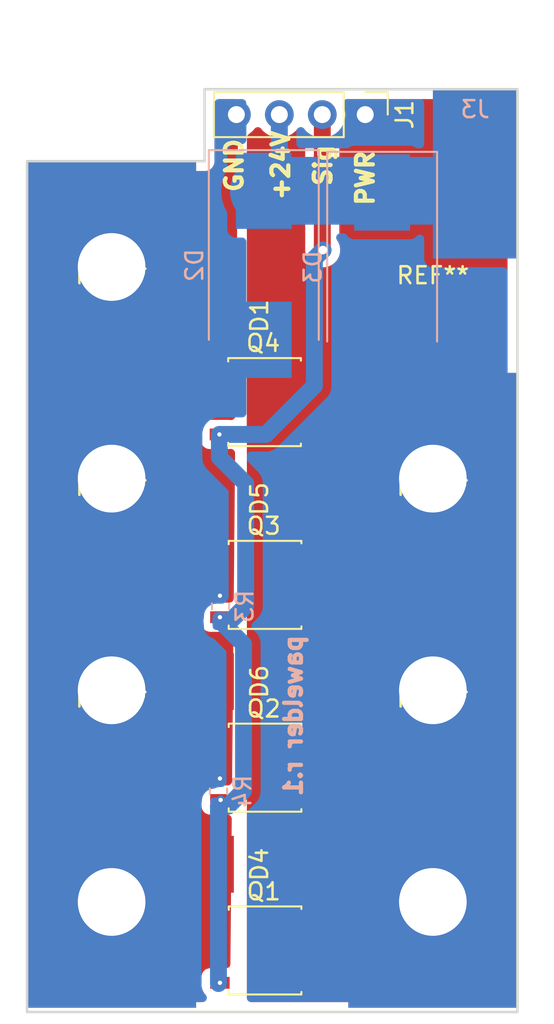
<source format=kicad_pcb>
(kicad_pcb (version 20171130) (host pcbnew 5.0.2-bee76a0~70~ubuntu18.04.1)

  (general
    (thickness 1.6)
    (drawings 12)
    (tracks 28)
    (zones 0)
    (modules 16)
    (nets 5)
  )

  (page A4)
  (layers
    (0 F.Cu signal)
    (31 B.Cu signal)
    (32 B.Adhes user)
    (33 F.Adhes user)
    (34 B.Paste user)
    (35 F.Paste user)
    (36 B.SilkS user)
    (37 F.SilkS user)
    (38 B.Mask user)
    (39 F.Mask user)
    (40 Dwgs.User user)
    (41 Cmts.User user)
    (42 Eco1.User user)
    (43 Eco2.User user)
    (44 Edge.Cuts user)
    (45 Margin user)
    (46 B.CrtYd user)
    (47 F.CrtYd user)
    (48 B.Fab user)
    (49 F.Fab user)
  )

  (setup
    (last_trace_width 0.254)
    (user_trace_width 0.5)
    (user_trace_width 1)
    (user_trace_width 4)
    (user_trace_width 5)
    (user_trace_width 6)
    (user_trace_width 8)
    (user_trace_width 9)
    (user_trace_width 10)
    (trace_clearance 0.508)
    (zone_clearance 0.508)
    (zone_45_only yes)
    (trace_min 0.254)
    (segment_width 0.2)
    (edge_width 0.15)
    (via_size 1.016)
    (via_drill 0.508)
    (via_min_size 0.508)
    (via_min_drill 0.254)
    (user_via 0.508 0.254)
    (uvia_size 0.508)
    (uvia_drill 0.254)
    (uvias_allowed no)
    (uvia_min_size 0.2)
    (uvia_min_drill 0.1)
    (pcb_text_width 0.3)
    (pcb_text_size 1.5 1.5)
    (mod_edge_width 0.15)
    (mod_text_size 1 1)
    (mod_text_width 0.15)
    (pad_size 1.524 1.524)
    (pad_drill 0.762)
    (pad_to_mask_clearance 0.2)
    (solder_mask_min_width 0.25)
    (aux_axis_origin 0 0)
    (visible_elements FFFFFF7F)
    (pcbplotparams
      (layerselection 0x0000c_7ffffffe)
      (usegerberextensions false)
      (usegerberattributes false)
      (usegerberadvancedattributes false)
      (creategerberjobfile false)
      (excludeedgelayer true)
      (linewidth 0.100000)
      (plotframeref false)
      (viasonmask false)
      (mode 1)
      (useauxorigin false)
      (hpglpennumber 1)
      (hpglpenspeed 20)
      (hpglpendiameter 15.000000)
      (psnegative false)
      (psa4output false)
      (plotreference false)
      (plotvalue false)
      (plotinvisibletext false)
      (padsonsilk false)
      (subtractmaskfromsilk false)
      (outputformat 3)
      (mirror false)
      (drillshape 0)
      (scaleselection 1)
      (outputdirectory "./Gerber/"))
  )

  (net 0 "")
  (net 1 +24V)
  (net 2 GND)
  (net 3 PWR)
  (net 4 SIG)

  (net_class Default "This is the default net class."
    (clearance 0.508)
    (trace_width 0.254)
    (via_dia 1.016)
    (via_drill 0.508)
    (uvia_dia 0.508)
    (uvia_drill 0.254)
    (diff_pair_gap 0.25)
    (diff_pair_width 0.254)
    (add_net +24V)
    (add_net GND)
    (add_net PWR)
    (add_net SIG)
  )

  (module Connector_Wire:SolderWirePad_1x01_SMD_5x10mm (layer B.Cu) (tedit 5640A485) (tstamp 5C67EC6F)
    (at 154.5 144 180)
    (descr "Wire Pad, Square, SMD Pad,  5mm x 10mm,")
    (tags "MesurementPoint Square SMDPad 5mmx10mm ")
    (path /5C5A190F)
    (attr smd virtual)
    (fp_text reference J3 (at 0 3.81 180) (layer B.SilkS)
      (effects (font (size 1 1) (thickness 0.15)) (justify mirror))
    )
    (fp_text value Conn_01x01 (at 0 -6.35 180) (layer B.Fab)
      (effects (font (size 1 1) (thickness 0.15)) (justify mirror))
    )
    (fp_text user %R (at 0 0 180) (layer B.Fab)
      (effects (font (size 1 1) (thickness 0.15)) (justify mirror))
    )
    (fp_line (start 2.75 5.25) (end -2.75 5.25) (layer B.CrtYd) (width 0.05))
    (fp_line (start 2.75 -5.25) (end 2.75 5.25) (layer B.CrtYd) (width 0.05))
    (fp_line (start -2.75 -5.25) (end 2.75 -5.25) (layer B.CrtYd) (width 0.05))
    (fp_line (start -2.75 5.25) (end -2.75 -5.25) (layer B.CrtYd) (width 0.05))
    (pad 1 smd rect (at 0 0 180) (size 5 10) (layers B.Cu B.Paste B.Mask)
      (net 1 +24V))
  )

  (module "pawelder:Bar connector" (layer F.Cu) (tedit 5C597C97) (tstamp 5C666479)
    (at 152 187)
    (path /5C5A19D3)
    (fp_text reference J4 (at 0 0.5) (layer F.SilkS)
      (effects (font (size 1 1) (thickness 0.15)))
    )
    (fp_text value Conn_01x01 (at 0 -0.5) (layer F.Fab)
      (effects (font (size 1 1) (thickness 0.15)))
    )
    (fp_text user REF** (at 0 -12) (layer F.SilkS)
      (effects (font (size 1 1) (thickness 0.15)))
    )
    (fp_text user "Bar connectorbig" (at 0 -13) (layer F.Fab)
      (effects (font (size 1 1) (thickness 0.15)))
    )
    (fp_text user REF** (at 0 -24.5) (layer F.SilkS)
      (effects (font (size 1 1) (thickness 0.15)))
    )
    (fp_text user "Bar connectorbig" (at 0 -25.5) (layer F.Fab)
      (effects (font (size 1 1) (thickness 0.15)))
    )
    (fp_text user "Bar connectorbig" (at 0 -38) (layer F.Fab)
      (effects (font (size 1 1) (thickness 0.15)))
    )
    (fp_text user REF** (at 0 -37) (layer F.SilkS)
      (effects (font (size 1 1) (thickness 0.15)))
    )
    (pad 1 thru_hole rect (at 0 0) (size 10 12.5) (drill 4) (layers *.Cu *.Mask)
      (net 3 PWR))
    (pad 1 thru_hole rect (at 0 -12.5) (size 10 12.5) (drill 4) (layers *.Cu *.Mask)
      (net 3 PWR))
    (pad 1 thru_hole rect (at 0 -25) (size 10 12.5) (drill 4) (layers *.Cu *.Mask)
      (net 3 PWR))
  )

  (module "pawelder:Bar connectorbig" (layer F.Cu) (tedit 5C597C8E) (tstamp 5C665891)
    (at 133 187)
    (path /5C5A1A05)
    (fp_text reference J2 (at 0 0.5) (layer F.SilkS)
      (effects (font (size 1 1) (thickness 0.15)))
    )
    (fp_text value Conn_01x01 (at 0 -0.5) (layer F.Fab)
      (effects (font (size 1 1) (thickness 0.15)))
    )
    (fp_text user REF** (at 0 -12) (layer F.SilkS)
      (effects (font (size 1 1) (thickness 0.15)))
    )
    (fp_text user "Bar connectorbig" (at 0 -13) (layer F.Fab)
      (effects (font (size 1 1) (thickness 0.15)))
    )
    (fp_text user REF** (at 0 -24.5) (layer F.SilkS)
      (effects (font (size 1 1) (thickness 0.15)))
    )
    (fp_text user "Bar connectorbig" (at 0 -25.5) (layer F.Fab)
      (effects (font (size 1 1) (thickness 0.15)))
    )
    (fp_text user "Bar connectorbig" (at 0 -38) (layer F.Fab)
      (effects (font (size 1 1) (thickness 0.15)))
    )
    (fp_text user REF** (at 0 -37) (layer F.SilkS)
      (effects (font (size 1 1) (thickness 0.15)))
    )
    (pad 1 thru_hole rect (at 0 0) (size 10 12.5) (drill 4) (layers *.Cu *.Mask)
      (net 2 GND))
    (pad 1 thru_hole rect (at 0 -12.5) (size 10 12.5) (drill 4) (layers *.Cu *.Mask)
      (net 2 GND))
    (pad 1 thru_hole rect (at 0 -25) (size 10 12.5) (drill 4) (layers *.Cu *.Mask)
      (net 2 GND))
    (pad 1 thru_hole rect (at 0 -37.5) (size 10 12.5) (drill 4) (layers *.Cu *.Mask)
      (net 2 GND))
  )

  (module Resistor_SMD:R_0603_1608Metric_Pad1.05x0.95mm_HandSolder (layer B.Cu) (tedit 5B301BBD) (tstamp 5C2B0144)
    (at 139.446 169.545 90)
    (descr "Resistor SMD 0603 (1608 Metric), square (rectangular) end terminal, IPC_7351 nominal with elongated pad for handsoldering. (Body size source: http://www.tortai-tech.com/upload/download/2011102023233369053.pdf), generated with kicad-footprint-generator")
    (tags "resistor handsolder")
    (path /5BFF4434)
    (attr smd)
    (fp_text reference R3 (at 0 1.43 90) (layer B.SilkS)
      (effects (font (size 1 1) (thickness 0.15)) (justify mirror))
    )
    (fp_text value 10k (at 0 -1.43 90) (layer B.Fab)
      (effects (font (size 1 1) (thickness 0.15)) (justify mirror))
    )
    (fp_text user %R (at 0 0 90) (layer B.Fab)
      (effects (font (size 0.4 0.4) (thickness 0.06)) (justify mirror))
    )
    (fp_line (start 1.65 -0.73) (end -1.65 -0.73) (layer B.CrtYd) (width 0.05))
    (fp_line (start 1.65 0.73) (end 1.65 -0.73) (layer B.CrtYd) (width 0.05))
    (fp_line (start -1.65 0.73) (end 1.65 0.73) (layer B.CrtYd) (width 0.05))
    (fp_line (start -1.65 -0.73) (end -1.65 0.73) (layer B.CrtYd) (width 0.05))
    (fp_line (start -0.171267 -0.51) (end 0.171267 -0.51) (layer B.SilkS) (width 0.12))
    (fp_line (start -0.171267 0.51) (end 0.171267 0.51) (layer B.SilkS) (width 0.12))
    (fp_line (start 0.8 -0.4) (end -0.8 -0.4) (layer B.Fab) (width 0.1))
    (fp_line (start 0.8 0.4) (end 0.8 -0.4) (layer B.Fab) (width 0.1))
    (fp_line (start -0.8 0.4) (end 0.8 0.4) (layer B.Fab) (width 0.1))
    (fp_line (start -0.8 -0.4) (end -0.8 0.4) (layer B.Fab) (width 0.1))
    (pad 2 smd roundrect (at 0.875 0 90) (size 1.05 0.95) (layers B.Cu B.Paste B.Mask) (roundrect_rratio 0.25)
      (net 2 GND))
    (pad 1 smd roundrect (at -0.875 0 90) (size 1.05 0.95) (layers B.Cu B.Paste B.Mask) (roundrect_rratio 0.25)
      (net 4 SIG))
    (model ${KISYS3DMOD}/Resistor_SMD.3dshapes/R_0603_1608Metric.wrl
      (at (xyz 0 0 0))
      (scale (xyz 1 1 1))
      (rotate (xyz 0 0 0))
    )
  )

  (module Resistor_SMD:R_0603_1608Metric_Pad1.05x0.95mm_HandSolder (layer B.Cu) (tedit 5B301BBD) (tstamp 5C2AFE88)
    (at 139.319 180.467 90)
    (descr "Resistor SMD 0603 (1608 Metric), square (rectangular) end terminal, IPC_7351 nominal with elongated pad for handsoldering. (Body size source: http://www.tortai-tech.com/upload/download/2011102023233369053.pdf), generated with kicad-footprint-generator")
    (tags "resistor handsolder")
    (path /5BFF517C)
    (attr smd)
    (fp_text reference R4 (at 0 1.43 90) (layer B.SilkS)
      (effects (font (size 1 1) (thickness 0.15)) (justify mirror))
    )
    (fp_text value 10k (at 0 -1.43 90) (layer B.Fab)
      (effects (font (size 1 1) (thickness 0.15)) (justify mirror))
    )
    (fp_line (start -0.8 -0.4) (end -0.8 0.4) (layer B.Fab) (width 0.1))
    (fp_line (start -0.8 0.4) (end 0.8 0.4) (layer B.Fab) (width 0.1))
    (fp_line (start 0.8 0.4) (end 0.8 -0.4) (layer B.Fab) (width 0.1))
    (fp_line (start 0.8 -0.4) (end -0.8 -0.4) (layer B.Fab) (width 0.1))
    (fp_line (start -0.171267 0.51) (end 0.171267 0.51) (layer B.SilkS) (width 0.12))
    (fp_line (start -0.171267 -0.51) (end 0.171267 -0.51) (layer B.SilkS) (width 0.12))
    (fp_line (start -1.65 -0.73) (end -1.65 0.73) (layer B.CrtYd) (width 0.05))
    (fp_line (start -1.65 0.73) (end 1.65 0.73) (layer B.CrtYd) (width 0.05))
    (fp_line (start 1.65 0.73) (end 1.65 -0.73) (layer B.CrtYd) (width 0.05))
    (fp_line (start 1.65 -0.73) (end -1.65 -0.73) (layer B.CrtYd) (width 0.05))
    (fp_text user %R (at 0 0 90) (layer B.Fab)
      (effects (font (size 0.4 0.4) (thickness 0.06)) (justify mirror))
    )
    (pad 1 smd roundrect (at -0.875 0 90) (size 1.05 0.95) (layers B.Cu B.Paste B.Mask) (roundrect_rratio 0.25)
      (net 4 SIG))
    (pad 2 smd roundrect (at 0.875 0 90) (size 1.05 0.95) (layers B.Cu B.Paste B.Mask) (roundrect_rratio 0.25)
      (net 2 GND))
    (model ${KISYS3DMOD}/Resistor_SMD.3dshapes/R_0603_1608Metric.wrl
      (at (xyz 0 0 0))
      (scale (xyz 1 1 1))
      (rotate (xyz 0 0 0))
    )
  )

  (module Connector_PinHeader_2.54mm:PinHeader_1x04_P2.54mm_Vertical (layer F.Cu) (tedit 59FED5CC) (tstamp 5C138564)
    (at 148 140.5 270)
    (descr "Through hole straight pin header, 1x04, 2.54mm pitch, single row")
    (tags "Through hole pin header THT 1x04 2.54mm single row")
    (path /5BD05B13)
    (fp_text reference J1 (at 0 -2.33 270) (layer F.SilkS)
      (effects (font (size 1 1) (thickness 0.15)))
    )
    (fp_text value Conn_01x04_Male (at 0 9.95 270) (layer F.Fab)
      (effects (font (size 1 1) (thickness 0.15)))
    )
    (fp_line (start -0.635 -1.27) (end 1.27 -1.27) (layer F.Fab) (width 0.1))
    (fp_line (start 1.27 -1.27) (end 1.27 8.89) (layer F.Fab) (width 0.1))
    (fp_line (start 1.27 8.89) (end -1.27 8.89) (layer F.Fab) (width 0.1))
    (fp_line (start -1.27 8.89) (end -1.27 -0.635) (layer F.Fab) (width 0.1))
    (fp_line (start -1.27 -0.635) (end -0.635 -1.27) (layer F.Fab) (width 0.1))
    (fp_line (start -1.33 8.95) (end 1.33 8.95) (layer F.SilkS) (width 0.12))
    (fp_line (start -1.33 1.27) (end -1.33 8.95) (layer F.SilkS) (width 0.12))
    (fp_line (start 1.33 1.27) (end 1.33 8.95) (layer F.SilkS) (width 0.12))
    (fp_line (start -1.33 1.27) (end 1.33 1.27) (layer F.SilkS) (width 0.12))
    (fp_line (start -1.33 0) (end -1.33 -1.33) (layer F.SilkS) (width 0.12))
    (fp_line (start -1.33 -1.33) (end 0 -1.33) (layer F.SilkS) (width 0.12))
    (fp_line (start -1.8 -1.8) (end -1.8 9.4) (layer F.CrtYd) (width 0.05))
    (fp_line (start -1.8 9.4) (end 1.8 9.4) (layer F.CrtYd) (width 0.05))
    (fp_line (start 1.8 9.4) (end 1.8 -1.8) (layer F.CrtYd) (width 0.05))
    (fp_line (start 1.8 -1.8) (end -1.8 -1.8) (layer F.CrtYd) (width 0.05))
    (fp_text user %R (at 0 3.81) (layer F.Fab)
      (effects (font (size 1 1) (thickness 0.15)))
    )
    (pad 1 thru_hole rect (at 0 0 270) (size 1.7 1.7) (drill 1) (layers *.Cu *.Mask)
      (net 3 PWR))
    (pad 2 thru_hole oval (at 0 2.54 270) (size 1.7 1.7) (drill 1) (layers *.Cu *.Mask)
      (net 4 SIG))
    (pad 3 thru_hole oval (at 0 5.08 270) (size 1.7 1.7) (drill 1) (layers *.Cu *.Mask)
      (net 1 +24V))
    (pad 4 thru_hole oval (at 0 7.62 270) (size 1.7 1.7) (drill 1) (layers *.Cu *.Mask)
      (net 2 GND))
    (model ${KISYS3DMOD}/Connector_PinHeader_2.54mm.3dshapes/PinHeader_1x04_P2.54mm_Vertical.wrl
      (at (xyz 0 0 0))
      (scale (xyz 1 1 1))
      (rotate (xyz 0 0 0))
    )
  )

  (module Diode_SMD:D_SMC_Handsoldering (layer B.Cu) (tedit 58642B03) (tstamp 5C0B8060)
    (at 142 149.4 270)
    (descr "Diode SMC (DO-214AB) Handsoldering")
    (tags "Diode SMC (DO-214AB) Handsoldering")
    (path /5BDF3D27)
    (attr smd)
    (fp_text reference D2 (at 0 4.1 270) (layer B.SilkS)
      (effects (font (size 1 1) (thickness 0.15)) (justify mirror))
    )
    (fp_text value 24V (at 0 -4.2 270) (layer B.Fab)
      (effects (font (size 1 1) (thickness 0.15)) (justify mirror))
    )
    (fp_line (start -6.8 3.25) (end 4.4 3.25) (layer B.SilkS) (width 0.12))
    (fp_line (start -6.8 -3.25) (end 4.4 -3.25) (layer B.SilkS) (width 0.12))
    (fp_line (start -0.64944 -0.00102) (end 0.50118 0.79908) (layer B.Fab) (width 0.1))
    (fp_line (start -0.64944 -0.00102) (end 0.50118 -0.75032) (layer B.Fab) (width 0.1))
    (fp_line (start 0.50118 -0.75032) (end 0.50118 0.79908) (layer B.Fab) (width 0.1))
    (fp_line (start -0.64944 0.79908) (end -0.64944 -0.80112) (layer B.Fab) (width 0.1))
    (fp_line (start 0.50118 -0.00102) (end 1.4994 -0.00102) (layer B.Fab) (width 0.1))
    (fp_line (start -0.64944 -0.00102) (end -1.55114 -0.00102) (layer B.Fab) (width 0.1))
    (fp_line (start -6.9 -3.35) (end -6.9 3.35) (layer B.CrtYd) (width 0.05))
    (fp_line (start 6.9 -3.35) (end -6.9 -3.35) (layer B.CrtYd) (width 0.05))
    (fp_line (start 6.9 3.35) (end 6.9 -3.35) (layer B.CrtYd) (width 0.05))
    (fp_line (start -6.9 3.35) (end 6.9 3.35) (layer B.CrtYd) (width 0.05))
    (fp_line (start 3.55 3.1) (end -3.55 3.1) (layer B.Fab) (width 0.1))
    (fp_line (start 3.55 3.1) (end 3.55 -3.1) (layer B.Fab) (width 0.1))
    (fp_line (start -3.55 -3.1) (end -3.55 3.1) (layer B.Fab) (width 0.1))
    (fp_line (start 3.55 -3.1) (end -3.55 -3.1) (layer B.Fab) (width 0.1))
    (fp_line (start -6.8 -3.25) (end -6.8 3.25) (layer B.SilkS) (width 0.12))
    (fp_text user %R (at 0 1.5 270) (layer B.Fab)
      (effects (font (size 1 1) (thickness 0.15)) (justify mirror))
    )
    (pad 2 smd rect (at 4.4 0 180) (size 3.3 4.5) (layers B.Cu B.Paste B.Mask)
      (net 2 GND))
    (pad 1 smd rect (at -4.4 0 180) (size 3.3 4.5) (layers B.Cu B.Paste B.Mask)
      (net 1 +24V))
    (model ${KISYS3DMOD}/Diode_SMD.3dshapes/D_SMC.wrl
      (at (xyz 0 0 0))
      (scale (xyz 1 1 1))
      (rotate (xyz 0 0 0))
    )
  )

  (module Diode_SMD:D_SMC_Handsoldering (layer B.Cu) (tedit 58642B03) (tstamp 5C0B8048)
    (at 149 149.5 270)
    (descr "Diode SMC (DO-214AB) Handsoldering")
    (tags "Diode SMC (DO-214AB) Handsoldering")
    (path /5BFF1E76)
    (attr smd)
    (fp_text reference D3 (at 0 4.1 270) (layer B.SilkS)
      (effects (font (size 1 1) (thickness 0.15)) (justify mirror))
    )
    (fp_text value 24V (at 0 -4.2 270) (layer B.Fab)
      (effects (font (size 1 1) (thickness 0.15)) (justify mirror))
    )
    (fp_text user %R (at 0 1.5 270) (layer B.Fab)
      (effects (font (size 1 1) (thickness 0.15)) (justify mirror))
    )
    (fp_line (start -6.8 -3.25) (end -6.8 3.25) (layer B.SilkS) (width 0.12))
    (fp_line (start 3.55 -3.1) (end -3.55 -3.1) (layer B.Fab) (width 0.1))
    (fp_line (start -3.55 -3.1) (end -3.55 3.1) (layer B.Fab) (width 0.1))
    (fp_line (start 3.55 3.1) (end 3.55 -3.1) (layer B.Fab) (width 0.1))
    (fp_line (start 3.55 3.1) (end -3.55 3.1) (layer B.Fab) (width 0.1))
    (fp_line (start -6.9 3.35) (end 6.9 3.35) (layer B.CrtYd) (width 0.05))
    (fp_line (start 6.9 3.35) (end 6.9 -3.35) (layer B.CrtYd) (width 0.05))
    (fp_line (start 6.9 -3.35) (end -6.9 -3.35) (layer B.CrtYd) (width 0.05))
    (fp_line (start -6.9 -3.35) (end -6.9 3.35) (layer B.CrtYd) (width 0.05))
    (fp_line (start -0.64944 -0.00102) (end -1.55114 -0.00102) (layer B.Fab) (width 0.1))
    (fp_line (start 0.50118 -0.00102) (end 1.4994 -0.00102) (layer B.Fab) (width 0.1))
    (fp_line (start -0.64944 0.79908) (end -0.64944 -0.80112) (layer B.Fab) (width 0.1))
    (fp_line (start 0.50118 -0.75032) (end 0.50118 0.79908) (layer B.Fab) (width 0.1))
    (fp_line (start -0.64944 -0.00102) (end 0.50118 -0.75032) (layer B.Fab) (width 0.1))
    (fp_line (start -0.64944 -0.00102) (end 0.50118 0.79908) (layer B.Fab) (width 0.1))
    (fp_line (start -6.8 -3.25) (end 4.4 -3.25) (layer B.SilkS) (width 0.12))
    (fp_line (start -6.8 3.25) (end 4.4 3.25) (layer B.SilkS) (width 0.12))
    (pad 1 smd rect (at -4.4 0 180) (size 3.3 4.5) (layers B.Cu B.Paste B.Mask)
      (net 1 +24V))
    (pad 2 smd rect (at 4.4 0 180) (size 3.3 4.5) (layers B.Cu B.Paste B.Mask)
      (net 3 PWR))
    (model ${KISYS3DMOD}/Diode_SMD.3dshapes/D_SMC.wrl
      (at (xyz 0 0 0))
      (scale (xyz 1 1 1))
      (rotate (xyz 0 0 0))
    )
  )

  (module Package_TO_SOT_SMD:LFPAK56 (layer F.Cu) (tedit 5AE897F6) (tstamp 5C0B8030)
    (at 142.24 189.865)
    (descr "LFPAK56 https://assets.nexperia.com/documents/outline-drawing/SOT669.pdf")
    (tags "LFPAK56 SOT-669 Power-SO8")
    (path /5BE897A5)
    (solder_mask_margin 0.07)
    (solder_paste_margin -0.05)
    (attr smd)
    (fp_text reference Q1 (at -0.245 -3.48) (layer F.SilkS)
      (effects (font (size 1 1) (thickness 0.15)))
    )
    (fp_text value Q_NJFET_SGD (at -0.245 3.52) (layer F.Fab)
      (effects (font (size 1 1) (thickness 0.15)))
    )
    (fp_text user %R (at 0 0 90) (layer F.Fab)
      (effects (font (size 1 1) (thickness 0.15)))
    )
    (fp_line (start -2.315 2.4) (end -2.315 2.6) (layer F.SilkS) (width 0.12))
    (fp_line (start -2.315 2.6) (end 1.985 2.6) (layer F.SilkS) (width 0.12))
    (fp_line (start 1.985 2.6) (end 1.985 2.45) (layer F.SilkS) (width 0.12))
    (fp_line (start 1.985 -2.45) (end 1.985 -2.6) (layer F.SilkS) (width 0.12))
    (fp_line (start 1.985 -2.6) (end -2.315 -2.6) (layer F.SilkS) (width 0.12))
    (fp_line (start -2.315 -2.6) (end -2.315 -2.4) (layer F.SilkS) (width 0.12))
    (fp_line (start -2.215 1.7) (end -3.215 1.7) (layer F.Fab) (width 0.1))
    (fp_line (start -3.215 1.7) (end -3.215 2.15) (layer F.Fab) (width 0.1))
    (fp_line (start -3.215 2.15) (end -2.215 2.15) (layer F.Fab) (width 0.1))
    (fp_line (start -2.215 0.4) (end -3.215 0.4) (layer F.Fab) (width 0.1))
    (fp_line (start -3.215 0.4) (end -3.215 0.85) (layer F.Fab) (width 0.1))
    (fp_line (start -3.215 0.85) (end -2.215 0.85) (layer F.Fab) (width 0.1))
    (fp_line (start -2.215 -0.85) (end -3.215 -0.85) (layer F.Fab) (width 0.1))
    (fp_line (start -3.215 -0.85) (end -3.215 -0.4) (layer F.Fab) (width 0.1))
    (fp_line (start -3.215 -0.4) (end -2.215 -0.4) (layer F.Fab) (width 0.1))
    (fp_line (start -3.215 -2.15) (end -3.215 -1.65) (layer F.Fab) (width 0.1))
    (fp_line (start -3.215 -2.15) (end -2.215 -2.15) (layer F.Fab) (width 0.1))
    (fp_line (start -3.215 -1.65) (end -2.215 -1.65) (layer F.Fab) (width 0.1))
    (fp_line (start 3.185 -2.2) (end 3.185 2.2) (layer F.Fab) (width 0.1))
    (fp_line (start 3.185 2.2) (end 1.885 2.2) (layer F.Fab) (width 0.1))
    (fp_line (start 3.185 -2.2) (end 1.885 -2.2) (layer F.Fab) (width 0.1))
    (fp_line (start 1.885 -2.5) (end -2.215 -2.5) (layer F.Fab) (width 0.1))
    (fp_line (start -2.215 -2.5) (end -2.215 2.5) (layer F.Fab) (width 0.1))
    (fp_line (start -2.215 2.5) (end 1.885 2.5) (layer F.Fab) (width 0.1))
    (fp_line (start 1.885 2.5) (end 1.885 -2.5) (layer F.Fab) (width 0.1))
    (fp_line (start 3.67 -2.75) (end 3.67 2.75) (layer F.CrtYd) (width 0.05))
    (fp_line (start 3.67 -2.75) (end -3.67 -2.75) (layer F.CrtYd) (width 0.05))
    (fp_line (start -3.67 2.75) (end 3.67 2.75) (layer F.CrtYd) (width 0.05))
    (fp_line (start -3.67 2.75) (end -3.67 -2.75) (layer F.CrtYd) (width 0.05))
    (pad "" smd rect (at 0.185 -1.15) (size 0.6 0.9) (layers F.Paste))
    (pad "" smd rect (at -0.665 -1.15) (size 0.6 0.9) (layers F.Paste))
    (pad "" smd rect (at 1.035 -1.15) (size 0.6 0.9) (layers F.Paste))
    (pad "" smd rect (at 0.185 1.15) (size 0.6 0.9) (layers F.Paste))
    (pad "" smd rect (at -0.665 1.15) (size 0.6 0.9) (layers F.Paste))
    (pad "" smd rect (at 1.035 1.15) (size 0.6 0.9) (layers F.Paste))
    (pad "" smd rect (at 1.035 0) (size 0.6 0.9) (layers F.Paste))
    (pad "" smd rect (at -0.665 0) (size 0.6 0.9) (layers F.Paste))
    (pad "" smd rect (at 2.885 -1.88 270) (size 0.6 0.9) (layers F.Paste))
    (pad "" smd rect (at 2.885 1.88 270) (size 0.6 0.9) (layers F.Paste))
    (pad "" smd rect (at 2.885 -0.6 270) (size 0.6 0.9) (layers F.Paste))
    (pad 2 smd rect (at -2.835 -0.64 270) (size 0.7 1.15) (layers F.Cu F.Paste F.Mask)
      (net 2 GND) (solder_mask_margin 0.07) (solder_paste_margin -0.05))
    (pad 1 smd rect (at -2.835 -1.91 270) (size 0.7 1.15) (layers F.Cu F.Paste F.Mask)
      (net 2 GND) (solder_mask_margin 0.07) (solder_paste_margin -0.05))
    (pad 3 smd rect (at -2.835 0.64 270) (size 0.7 1.15) (layers F.Cu F.Paste F.Mask)
      (net 2 GND) (solder_mask_margin 0.07) (solder_paste_margin -0.05))
    (pad 5 smd rect (at 2.635 0 270) (size 4.7 1.55) (layers F.Cu F.Mask)
      (net 3 PWR) (solder_mask_margin 0.07))
    (pad 5 smd rect (at 0.435 0 270) (size 4.2 3.3) (layers F.Cu F.Mask)
      (net 3 PWR) (solder_mask_margin 0.07))
    (pad 4 smd rect (at -2.835 1.91 270) (size 0.7 1.15) (layers F.Cu F.Paste F.Mask)
      (net 4 SIG) (solder_mask_margin 0.07) (solder_paste_margin -0.05))
    (pad "" smd rect (at 2.885 0.6 270) (size 0.6 0.9) (layers F.Paste))
    (pad "" smd rect (at 0.185 0) (size 0.6 0.9) (layers F.Paste))
    (model ${KISYS3DMOD}/Package_TO_SOT_SMD.3dshapes/LFPAK56.wrl
      (at (xyz 0 0 0))
      (scale (xyz 1 1 1))
      (rotate (xyz 0 0 0))
    )
  )

  (module pawelder:powerdi5 (layer F.Cu) (tedit 5BDF1EB3) (tstamp 5C0B7E14)
    (at 142.24 152.4 270)
    (path /5BDF5835)
    (fp_text reference D1 (at 0 0.5 270) (layer F.SilkS)
      (effects (font (size 1 1) (thickness 0.15)))
    )
    (fp_text value D_Schottky_Small (at 0 -0.5 270) (layer F.Fab)
      (effects (font (size 1 1) (thickness 0.15)))
    )
    (pad 2 smd rect (at -0.01 2.71 270) (size 3.36 1.4) (layers F.Cu F.Paste F.Mask)
      (net 2 GND))
    (pad 1 smd rect (at 0 -1.27 270) (size 3.36 4.86) (layers F.Cu F.Paste F.Mask)
      (net 3 PWR))
  )

  (module pawelder:powerdi5 (layer F.Cu) (tedit 5BDF1EB3) (tstamp 5C0B7E0E)
    (at 142.24 173.99 270)
    (path /5BFF518A)
    (fp_text reference D6 (at 0 0.5 270) (layer F.SilkS)
      (effects (font (size 1 1) (thickness 0.15)))
    )
    (fp_text value D_Schottky_Small (at 0 -0.5 270) (layer F.Fab)
      (effects (font (size 1 1) (thickness 0.15)))
    )
    (pad 1 smd rect (at 0 -1.27 270) (size 3.36 4.86) (layers F.Cu F.Paste F.Mask)
      (net 3 PWR))
    (pad 2 smd rect (at -0.01 2.71 270) (size 3.36 1.4) (layers F.Cu F.Paste F.Mask)
      (net 2 GND))
  )

  (module pawelder:powerdi5 (layer F.Cu) (tedit 5BDF1EB3) (tstamp 5C0B7E08)
    (at 142.24 163.195 270)
    (path /5BFF4442)
    (fp_text reference D5 (at 0 0.5 270) (layer F.SilkS)
      (effects (font (size 1 1) (thickness 0.15)))
    )
    (fp_text value D_Schottky_Small (at 0 -0.5 270) (layer F.Fab)
      (effects (font (size 1 1) (thickness 0.15)))
    )
    (pad 2 smd rect (at -0.01 2.71 270) (size 3.36 1.4) (layers F.Cu F.Paste F.Mask)
      (net 2 GND))
    (pad 1 smd rect (at 0 -1.27 270) (size 3.36 4.86) (layers F.Cu F.Paste F.Mask)
      (net 3 PWR))
  )

  (module pawelder:powerdi5 (layer F.Cu) (tedit 5BDF1EB3) (tstamp 5C0B7E02)
    (at 142.24 184.785 270)
    (path /5BFF3B80)
    (fp_text reference D4 (at 0 0.5 270) (layer F.SilkS)
      (effects (font (size 1 1) (thickness 0.15)))
    )
    (fp_text value D_Schottky_Small (at 0 -0.5 270) (layer F.Fab)
      (effects (font (size 1 1) (thickness 0.15)))
    )
    (pad 1 smd rect (at 0 -1.27 270) (size 3.36 4.86) (layers F.Cu F.Paste F.Mask)
      (net 3 PWR))
    (pad 2 smd rect (at -0.01 2.71 270) (size 3.36 1.4) (layers F.Cu F.Paste F.Mask)
      (net 2 GND))
  )

  (module Package_TO_SOT_SMD:LFPAK56 (layer F.Cu) (tedit 5AE897F6) (tstamp 5C0B7962)
    (at 142.21 157.48)
    (descr "LFPAK56 https://assets.nexperia.com/documents/outline-drawing/SOT669.pdf")
    (tags "LFPAK56 SOT-669 Power-SO8")
    (path /5BFF5195)
    (solder_mask_margin 0.07)
    (solder_paste_margin -0.05)
    (attr smd)
    (fp_text reference Q4 (at -0.245 -3.48) (layer F.SilkS)
      (effects (font (size 1 1) (thickness 0.15)))
    )
    (fp_text value Q_NJFET_SGD (at -0.245 3.52) (layer F.Fab)
      (effects (font (size 1 1) (thickness 0.15)))
    )
    (fp_text user %R (at 0 0 90) (layer F.Fab)
      (effects (font (size 1 1) (thickness 0.15)))
    )
    (fp_line (start -2.315 2.4) (end -2.315 2.6) (layer F.SilkS) (width 0.12))
    (fp_line (start -2.315 2.6) (end 1.985 2.6) (layer F.SilkS) (width 0.12))
    (fp_line (start 1.985 2.6) (end 1.985 2.45) (layer F.SilkS) (width 0.12))
    (fp_line (start 1.985 -2.45) (end 1.985 -2.6) (layer F.SilkS) (width 0.12))
    (fp_line (start 1.985 -2.6) (end -2.315 -2.6) (layer F.SilkS) (width 0.12))
    (fp_line (start -2.315 -2.6) (end -2.315 -2.4) (layer F.SilkS) (width 0.12))
    (fp_line (start -2.215 1.7) (end -3.215 1.7) (layer F.Fab) (width 0.1))
    (fp_line (start -3.215 1.7) (end -3.215 2.15) (layer F.Fab) (width 0.1))
    (fp_line (start -3.215 2.15) (end -2.215 2.15) (layer F.Fab) (width 0.1))
    (fp_line (start -2.215 0.4) (end -3.215 0.4) (layer F.Fab) (width 0.1))
    (fp_line (start -3.215 0.4) (end -3.215 0.85) (layer F.Fab) (width 0.1))
    (fp_line (start -3.215 0.85) (end -2.215 0.85) (layer F.Fab) (width 0.1))
    (fp_line (start -2.215 -0.85) (end -3.215 -0.85) (layer F.Fab) (width 0.1))
    (fp_line (start -3.215 -0.85) (end -3.215 -0.4) (layer F.Fab) (width 0.1))
    (fp_line (start -3.215 -0.4) (end -2.215 -0.4) (layer F.Fab) (width 0.1))
    (fp_line (start -3.215 -2.15) (end -3.215 -1.65) (layer F.Fab) (width 0.1))
    (fp_line (start -3.215 -2.15) (end -2.215 -2.15) (layer F.Fab) (width 0.1))
    (fp_line (start -3.215 -1.65) (end -2.215 -1.65) (layer F.Fab) (width 0.1))
    (fp_line (start 3.185 -2.2) (end 3.185 2.2) (layer F.Fab) (width 0.1))
    (fp_line (start 3.185 2.2) (end 1.885 2.2) (layer F.Fab) (width 0.1))
    (fp_line (start 3.185 -2.2) (end 1.885 -2.2) (layer F.Fab) (width 0.1))
    (fp_line (start 1.885 -2.5) (end -2.215 -2.5) (layer F.Fab) (width 0.1))
    (fp_line (start -2.215 -2.5) (end -2.215 2.5) (layer F.Fab) (width 0.1))
    (fp_line (start -2.215 2.5) (end 1.885 2.5) (layer F.Fab) (width 0.1))
    (fp_line (start 1.885 2.5) (end 1.885 -2.5) (layer F.Fab) (width 0.1))
    (fp_line (start 3.67 -2.75) (end 3.67 2.75) (layer F.CrtYd) (width 0.05))
    (fp_line (start 3.67 -2.75) (end -3.67 -2.75) (layer F.CrtYd) (width 0.05))
    (fp_line (start -3.67 2.75) (end 3.67 2.75) (layer F.CrtYd) (width 0.05))
    (fp_line (start -3.67 2.75) (end -3.67 -2.75) (layer F.CrtYd) (width 0.05))
    (pad "" smd rect (at 0.185 -1.15) (size 0.6 0.9) (layers F.Paste))
    (pad "" smd rect (at -0.665 -1.15) (size 0.6 0.9) (layers F.Paste))
    (pad "" smd rect (at 1.035 -1.15) (size 0.6 0.9) (layers F.Paste))
    (pad "" smd rect (at 0.185 1.15) (size 0.6 0.9) (layers F.Paste))
    (pad "" smd rect (at -0.665 1.15) (size 0.6 0.9) (layers F.Paste))
    (pad "" smd rect (at 1.035 1.15) (size 0.6 0.9) (layers F.Paste))
    (pad "" smd rect (at 1.035 0) (size 0.6 0.9) (layers F.Paste))
    (pad "" smd rect (at -0.665 0) (size 0.6 0.9) (layers F.Paste))
    (pad "" smd rect (at 2.885 -1.88 270) (size 0.6 0.9) (layers F.Paste))
    (pad "" smd rect (at 2.885 1.88 270) (size 0.6 0.9) (layers F.Paste))
    (pad "" smd rect (at 2.885 -0.6 270) (size 0.6 0.9) (layers F.Paste))
    (pad 2 smd rect (at -2.835 -0.64 270) (size 0.7 1.15) (layers F.Cu F.Paste F.Mask)
      (net 2 GND) (solder_mask_margin 0.07) (solder_paste_margin -0.05))
    (pad 1 smd rect (at -2.835 -1.91 270) (size 0.7 1.15) (layers F.Cu F.Paste F.Mask)
      (net 2 GND) (solder_mask_margin 0.07) (solder_paste_margin -0.05))
    (pad 3 smd rect (at -2.835 0.64 270) (size 0.7 1.15) (layers F.Cu F.Paste F.Mask)
      (net 2 GND) (solder_mask_margin 0.07) (solder_paste_margin -0.05))
    (pad 5 smd rect (at 2.635 0 270) (size 4.7 1.55) (layers F.Cu F.Mask)
      (net 3 PWR) (solder_mask_margin 0.07))
    (pad 5 smd rect (at 0.435 0 270) (size 4.2 3.3) (layers F.Cu F.Mask)
      (net 3 PWR) (solder_mask_margin 0.07))
    (pad 4 smd rect (at -2.835 1.91 270) (size 0.7 1.15) (layers F.Cu F.Paste F.Mask)
      (net 4 SIG) (solder_mask_margin 0.07) (solder_paste_margin -0.05))
    (pad "" smd rect (at 2.885 0.6 270) (size 0.6 0.9) (layers F.Paste))
    (pad "" smd rect (at 0.185 0) (size 0.6 0.9) (layers F.Paste))
    (model ${KISYS3DMOD}/Package_TO_SOT_SMD.3dshapes/LFPAK56.wrl
      (at (xyz 0 0 0))
      (scale (xyz 1 1 1))
      (rotate (xyz 0 0 0))
    )
  )

  (module Package_TO_SOT_SMD:LFPAK56 (layer F.Cu) (tedit 5AE897F6) (tstamp 5C0B792D)
    (at 142.24 168.275)
    (descr "LFPAK56 https://assets.nexperia.com/documents/outline-drawing/SOT669.pdf")
    (tags "LFPAK56 SOT-669 Power-SO8")
    (path /5BFF444D)
    (solder_mask_margin 0.07)
    (solder_paste_margin -0.05)
    (attr smd)
    (fp_text reference Q3 (at -0.245 -3.48) (layer F.SilkS)
      (effects (font (size 1 1) (thickness 0.15)))
    )
    (fp_text value Q_NJFET_SGD (at -0.245 3.52) (layer F.Fab)
      (effects (font (size 1 1) (thickness 0.15)))
    )
    (fp_line (start -3.67 2.75) (end -3.67 -2.75) (layer F.CrtYd) (width 0.05))
    (fp_line (start -3.67 2.75) (end 3.67 2.75) (layer F.CrtYd) (width 0.05))
    (fp_line (start 3.67 -2.75) (end -3.67 -2.75) (layer F.CrtYd) (width 0.05))
    (fp_line (start 3.67 -2.75) (end 3.67 2.75) (layer F.CrtYd) (width 0.05))
    (fp_line (start 1.885 2.5) (end 1.885 -2.5) (layer F.Fab) (width 0.1))
    (fp_line (start -2.215 2.5) (end 1.885 2.5) (layer F.Fab) (width 0.1))
    (fp_line (start -2.215 -2.5) (end -2.215 2.5) (layer F.Fab) (width 0.1))
    (fp_line (start 1.885 -2.5) (end -2.215 -2.5) (layer F.Fab) (width 0.1))
    (fp_line (start 3.185 -2.2) (end 1.885 -2.2) (layer F.Fab) (width 0.1))
    (fp_line (start 3.185 2.2) (end 1.885 2.2) (layer F.Fab) (width 0.1))
    (fp_line (start 3.185 -2.2) (end 3.185 2.2) (layer F.Fab) (width 0.1))
    (fp_line (start -3.215 -1.65) (end -2.215 -1.65) (layer F.Fab) (width 0.1))
    (fp_line (start -3.215 -2.15) (end -2.215 -2.15) (layer F.Fab) (width 0.1))
    (fp_line (start -3.215 -2.15) (end -3.215 -1.65) (layer F.Fab) (width 0.1))
    (fp_line (start -3.215 -0.4) (end -2.215 -0.4) (layer F.Fab) (width 0.1))
    (fp_line (start -3.215 -0.85) (end -3.215 -0.4) (layer F.Fab) (width 0.1))
    (fp_line (start -2.215 -0.85) (end -3.215 -0.85) (layer F.Fab) (width 0.1))
    (fp_line (start -3.215 0.85) (end -2.215 0.85) (layer F.Fab) (width 0.1))
    (fp_line (start -3.215 0.4) (end -3.215 0.85) (layer F.Fab) (width 0.1))
    (fp_line (start -2.215 0.4) (end -3.215 0.4) (layer F.Fab) (width 0.1))
    (fp_line (start -3.215 2.15) (end -2.215 2.15) (layer F.Fab) (width 0.1))
    (fp_line (start -3.215 1.7) (end -3.215 2.15) (layer F.Fab) (width 0.1))
    (fp_line (start -2.215 1.7) (end -3.215 1.7) (layer F.Fab) (width 0.1))
    (fp_line (start -2.315 -2.6) (end -2.315 -2.4) (layer F.SilkS) (width 0.12))
    (fp_line (start 1.985 -2.6) (end -2.315 -2.6) (layer F.SilkS) (width 0.12))
    (fp_line (start 1.985 -2.45) (end 1.985 -2.6) (layer F.SilkS) (width 0.12))
    (fp_line (start 1.985 2.6) (end 1.985 2.45) (layer F.SilkS) (width 0.12))
    (fp_line (start -2.315 2.6) (end 1.985 2.6) (layer F.SilkS) (width 0.12))
    (fp_line (start -2.315 2.4) (end -2.315 2.6) (layer F.SilkS) (width 0.12))
    (fp_text user %R (at 0 0 90) (layer F.Fab)
      (effects (font (size 1 1) (thickness 0.15)))
    )
    (pad "" smd rect (at 0.185 0) (size 0.6 0.9) (layers F.Paste))
    (pad "" smd rect (at 2.885 0.6 270) (size 0.6 0.9) (layers F.Paste))
    (pad 4 smd rect (at -2.835 1.91 270) (size 0.7 1.15) (layers F.Cu F.Paste F.Mask)
      (net 4 SIG) (solder_mask_margin 0.07) (solder_paste_margin -0.05))
    (pad 5 smd rect (at 0.435 0 270) (size 4.2 3.3) (layers F.Cu F.Mask)
      (net 3 PWR) (solder_mask_margin 0.07))
    (pad 5 smd rect (at 2.635 0 270) (size 4.7 1.55) (layers F.Cu F.Mask)
      (net 3 PWR) (solder_mask_margin 0.07))
    (pad 3 smd rect (at -2.835 0.64 270) (size 0.7 1.15) (layers F.Cu F.Paste F.Mask)
      (net 2 GND) (solder_mask_margin 0.07) (solder_paste_margin -0.05))
    (pad 1 smd rect (at -2.835 -1.91 270) (size 0.7 1.15) (layers F.Cu F.Paste F.Mask)
      (net 2 GND) (solder_mask_margin 0.07) (solder_paste_margin -0.05))
    (pad 2 smd rect (at -2.835 -0.64 270) (size 0.7 1.15) (layers F.Cu F.Paste F.Mask)
      (net 2 GND) (solder_mask_margin 0.07) (solder_paste_margin -0.05))
    (pad "" smd rect (at 2.885 -0.6 270) (size 0.6 0.9) (layers F.Paste))
    (pad "" smd rect (at 2.885 1.88 270) (size 0.6 0.9) (layers F.Paste))
    (pad "" smd rect (at 2.885 -1.88 270) (size 0.6 0.9) (layers F.Paste))
    (pad "" smd rect (at -0.665 0) (size 0.6 0.9) (layers F.Paste))
    (pad "" smd rect (at 1.035 0) (size 0.6 0.9) (layers F.Paste))
    (pad "" smd rect (at 1.035 1.15) (size 0.6 0.9) (layers F.Paste))
    (pad "" smd rect (at -0.665 1.15) (size 0.6 0.9) (layers F.Paste))
    (pad "" smd rect (at 0.185 1.15) (size 0.6 0.9) (layers F.Paste))
    (pad "" smd rect (at 1.035 -1.15) (size 0.6 0.9) (layers F.Paste))
    (pad "" smd rect (at -0.665 -1.15) (size 0.6 0.9) (layers F.Paste))
    (pad "" smd rect (at 0.185 -1.15) (size 0.6 0.9) (layers F.Paste))
    (model ${KISYS3DMOD}/Package_TO_SOT_SMD.3dshapes/LFPAK56.wrl
      (at (xyz 0 0 0))
      (scale (xyz 1 1 1))
      (rotate (xyz 0 0 0))
    )
  )

  (module Package_TO_SOT_SMD:LFPAK56 (layer F.Cu) (tedit 5AE897F6) (tstamp 5C137D42)
    (at 142.24 179.07)
    (descr "LFPAK56 https://assets.nexperia.com/documents/outline-drawing/SOT669.pdf")
    (tags "LFPAK56 SOT-669 Power-SO8")
    (path /5BFF3B8B)
    (solder_mask_margin 0.07)
    (solder_paste_margin -0.05)
    (attr smd)
    (fp_text reference Q2 (at -0.245 -3.48) (layer F.SilkS)
      (effects (font (size 1 1) (thickness 0.15)))
    )
    (fp_text value Q_NJFET_SGD (at -0.245 3.52) (layer F.Fab)
      (effects (font (size 1 1) (thickness 0.15)))
    )
    (fp_text user %R (at 0 0 90) (layer F.Fab)
      (effects (font (size 1 1) (thickness 0.15)))
    )
    (fp_line (start -2.315 2.4) (end -2.315 2.6) (layer F.SilkS) (width 0.12))
    (fp_line (start -2.315 2.6) (end 1.985 2.6) (layer F.SilkS) (width 0.12))
    (fp_line (start 1.985 2.6) (end 1.985 2.45) (layer F.SilkS) (width 0.12))
    (fp_line (start 1.985 -2.45) (end 1.985 -2.6) (layer F.SilkS) (width 0.12))
    (fp_line (start 1.985 -2.6) (end -2.315 -2.6) (layer F.SilkS) (width 0.12))
    (fp_line (start -2.315 -2.6) (end -2.315 -2.4) (layer F.SilkS) (width 0.12))
    (fp_line (start -2.215 1.7) (end -3.215 1.7) (layer F.Fab) (width 0.1))
    (fp_line (start -3.215 1.7) (end -3.215 2.15) (layer F.Fab) (width 0.1))
    (fp_line (start -3.215 2.15) (end -2.215 2.15) (layer F.Fab) (width 0.1))
    (fp_line (start -2.215 0.4) (end -3.215 0.4) (layer F.Fab) (width 0.1))
    (fp_line (start -3.215 0.4) (end -3.215 0.85) (layer F.Fab) (width 0.1))
    (fp_line (start -3.215 0.85) (end -2.215 0.85) (layer F.Fab) (width 0.1))
    (fp_line (start -2.215 -0.85) (end -3.215 -0.85) (layer F.Fab) (width 0.1))
    (fp_line (start -3.215 -0.85) (end -3.215 -0.4) (layer F.Fab) (width 0.1))
    (fp_line (start -3.215 -0.4) (end -2.215 -0.4) (layer F.Fab) (width 0.1))
    (fp_line (start -3.215 -2.15) (end -3.215 -1.65) (layer F.Fab) (width 0.1))
    (fp_line (start -3.215 -2.15) (end -2.215 -2.15) (layer F.Fab) (width 0.1))
    (fp_line (start -3.215 -1.65) (end -2.215 -1.65) (layer F.Fab) (width 0.1))
    (fp_line (start 3.185 -2.2) (end 3.185 2.2) (layer F.Fab) (width 0.1))
    (fp_line (start 3.185 2.2) (end 1.885 2.2) (layer F.Fab) (width 0.1))
    (fp_line (start 3.185 -2.2) (end 1.885 -2.2) (layer F.Fab) (width 0.1))
    (fp_line (start 1.885 -2.5) (end -2.215 -2.5) (layer F.Fab) (width 0.1))
    (fp_line (start -2.215 -2.5) (end -2.215 2.5) (layer F.Fab) (width 0.1))
    (fp_line (start -2.215 2.5) (end 1.885 2.5) (layer F.Fab) (width 0.1))
    (fp_line (start 1.885 2.5) (end 1.885 -2.5) (layer F.Fab) (width 0.1))
    (fp_line (start 3.67 -2.75) (end 3.67 2.75) (layer F.CrtYd) (width 0.05))
    (fp_line (start 3.67 -2.75) (end -3.67 -2.75) (layer F.CrtYd) (width 0.05))
    (fp_line (start -3.67 2.75) (end 3.67 2.75) (layer F.CrtYd) (width 0.05))
    (fp_line (start -3.67 2.75) (end -3.67 -2.75) (layer F.CrtYd) (width 0.05))
    (pad "" smd rect (at 0.185 -1.15) (size 0.6 0.9) (layers F.Paste))
    (pad "" smd rect (at -0.665 -1.15) (size 0.6 0.9) (layers F.Paste))
    (pad "" smd rect (at 1.035 -1.15) (size 0.6 0.9) (layers F.Paste))
    (pad "" smd rect (at 0.185 1.15) (size 0.6 0.9) (layers F.Paste))
    (pad "" smd rect (at -0.665 1.15) (size 0.6 0.9) (layers F.Paste))
    (pad "" smd rect (at 1.035 1.15) (size 0.6 0.9) (layers F.Paste))
    (pad "" smd rect (at 1.035 0) (size 0.6 0.9) (layers F.Paste))
    (pad "" smd rect (at -0.665 0) (size 0.6 0.9) (layers F.Paste))
    (pad "" smd rect (at 2.885 -1.88 270) (size 0.6 0.9) (layers F.Paste))
    (pad "" smd rect (at 2.885 1.88 270) (size 0.6 0.9) (layers F.Paste))
    (pad "" smd rect (at 2.885 -0.6 270) (size 0.6 0.9) (layers F.Paste))
    (pad 2 smd rect (at -2.835 -0.64 270) (size 0.7 1.15) (layers F.Cu F.Paste F.Mask)
      (net 2 GND) (solder_mask_margin 0.07) (solder_paste_margin -0.05))
    (pad 1 smd rect (at -2.835 -1.91 270) (size 0.7 1.15) (layers F.Cu F.Paste F.Mask)
      (net 2 GND) (solder_mask_margin 0.07) (solder_paste_margin -0.05))
    (pad 3 smd rect (at -2.835 0.64 270) (size 0.7 1.15) (layers F.Cu F.Paste F.Mask)
      (net 2 GND) (solder_mask_margin 0.07) (solder_paste_margin -0.05))
    (pad 5 smd rect (at 2.635 0 270) (size 4.7 1.55) (layers F.Cu F.Mask)
      (net 3 PWR) (solder_mask_margin 0.07))
    (pad 5 smd rect (at 0.435 0 270) (size 4.2 3.3) (layers F.Cu F.Mask)
      (net 3 PWR) (solder_mask_margin 0.07))
    (pad 4 smd rect (at -2.835 1.91 270) (size 0.7 1.15) (layers F.Cu F.Paste F.Mask)
      (net 4 SIG) (solder_mask_margin 0.07) (solder_paste_margin -0.05))
    (pad "" smd rect (at 2.885 0.6 270) (size 0.6 0.9) (layers F.Paste))
    (pad "" smd rect (at 0.185 0) (size 0.6 0.9) (layers F.Paste))
    (model ${KISYS3DMOD}/Package_TO_SOT_SMD.3dshapes/LFPAK56.wrl
      (at (xyz 0 0 0))
      (scale (xyz 1 1 1))
      (rotate (xyz 0 0 0))
    )
  )

  (gr_text GND (at 140.25 143.5 90) (layer F.SilkS) (tstamp 5C681486)
    (effects (font (size 1 1) (thickness 0.25)))
  )
  (gr_text +24V (at 143 143.5 90) (layer F.SilkS) (tstamp 5C681486)
    (effects (font (size 1 1) (thickness 0.25)))
  )
  (gr_text Sig (at 145.5 143.5 90) (layer F.SilkS) (tstamp 5C681486)
    (effects (font (size 1 1) (thickness 0.25)))
  )
  (gr_text PWR (at 148 144.25 90) (layer F.SilkS)
    (effects (font (size 1 1) (thickness 0.25)))
  )
  (gr_text "pawelder r.1" (at 143.75 176 90) (layer B.SilkS)
    (effects (font (size 1 1) (thickness 0.25)) (justify mirror))
  )
  (gr_line (start 138.5 143.25) (end 138.5 143) (layer Edge.Cuts) (width 0.15))
  (gr_line (start 128 143.25) (end 138.5 143.25) (layer Edge.Cuts) (width 0.15))
  (gr_line (start 138.5 139) (end 138.5 143) (layer Edge.Cuts) (width 0.15))
  (gr_line (start 128 193.5) (end 157 193.5) (layer Edge.Cuts) (width 0.15))
  (gr_line (start 128 143.25) (end 128 193.5) (layer Edge.Cuts) (width 0.15))
  (gr_line (start 157 139) (end 138.5 139) (layer Edge.Cuts) (width 0.15))
  (gr_line (start 157 193.5) (end 157 139) (layer Edge.Cuts) (width 0.15))

  (segment (start 153.5 145) (end 154.41699 144.08301) (width 4) (layer B.Cu) (net 1))
  (segment (start 142 145) (end 153.5 145) (width 4) (layer B.Cu) (net 1))
  (segment (start 142.92 144.08) (end 142 145) (width 1) (layer B.Cu) (net 1))
  (segment (start 142.92 140.5) (end 142.92 144.08) (width 1) (layer B.Cu) (net 1))
  (via (at 139.405 179.71) (size 0.508) (drill 0.254) (layers F.Cu B.Cu) (net 2))
  (via (at 139.405 168.915) (size 0.508) (drill 0.254) (layers F.Cu B.Cu) (net 2))
  (via (at 139.446 180.975) (size 0.508) (drill 0.254) (layers F.Cu B.Cu) (net 4))
  (via (at 139.405 170.185) (size 0.508) (drill 0.254) (layers F.Cu B.Cu) (net 4))
  (via (at 145.5 148.5) (size 1.016) (drill 0.508) (layers F.Cu B.Cu) (net 4))
  (segment (start 145.46 140.5) (end 145.46 148.46) (width 1) (layer F.Cu) (net 4))
  (segment (start 145.46 148.46) (end 145.5 148.5) (width 1) (layer F.Cu) (net 4))
  (via (at 139.405 191.775) (size 0.508) (drill 0.254) (layers F.Cu B.Cu) (net 4))
  (via (at 139.375 159.39) (size 0.508) (drill 0.254) (layers F.Cu B.Cu) (net 4))
  (segment (start 140.95 159.39) (end 139.375 159.39) (width 1) (layer B.Cu) (net 4))
  (segment (start 142.124402 159.39) (end 140.95 159.39) (width 1) (layer B.Cu) (net 4))
  (segment (start 144.992001 156.522401) (end 142.124402 159.39) (width 1) (layer B.Cu) (net 4))
  (segment (start 144.992001 149.007999) (end 144.992001 156.522401) (width 1) (layer B.Cu) (net 4))
  (segment (start 145.5 148.5) (end 144.992001 149.007999) (width 1) (layer B.Cu) (net 4))
  (segment (start 140.021 170.42) (end 139.446 170.42) (width 1) (layer B.Cu) (net 4))
  (segment (start 140.92901 169.51199) (end 140.021 170.42) (width 1) (layer B.Cu) (net 4))
  (segment (start 140.92901 162.29401) (end 140.92901 169.51199) (width 1) (layer B.Cu) (net 4))
  (segment (start 139.375 160.74) (end 140.92901 162.29401) (width 1) (layer B.Cu) (net 4))
  (segment (start 139.375 159.39) (end 139.375 160.74) (width 1) (layer B.Cu) (net 4))
  (segment (start 139.894 181.342) (end 139.319 181.342) (width 1) (layer B.Cu) (net 4))
  (segment (start 140.80201 180.43399) (end 139.894 181.342) (width 1) (layer B.Cu) (net 4))
  (segment (start 140.80201 171.77601) (end 140.80201 180.43399) (width 1) (layer B.Cu) (net 4))
  (segment (start 139.446 170.42) (end 140.80201 171.77601) (width 1) (layer B.Cu) (net 4))
  (segment (start 139.319 181.342) (end 139.319 191.819) (width 1) (layer B.Cu) (net 4))

  (zone (net 3) (net_name PWR) (layer F.Cu) (tstamp 5C83D56A) (hatch edge 0.508)
    (connect_pads yes (clearance 0.508))
    (min_thickness 0.508)
    (fill yes (arc_segments 32) (thermal_gap 0.508) (thermal_bridge_width 0.508) (smoothing chamfer))
    (polygon
      (pts
        (xy 157 139) (xy 157 193.5) (xy 141 193.5) (xy 141 139)
      )
    )
    (filled_polygon
      (pts
        (xy 156.163 192.663) (xy 141.254 192.663) (xy 141.254 141.860664) (xy 141.279912 141.846814) (xy 141.525371 141.645371)
        (xy 141.65 141.49351) (xy 141.774629 141.645371) (xy 142.020088 141.846814) (xy 142.30013 141.996499) (xy 142.603993 142.088675)
        (xy 142.840815 142.112) (xy 142.999185 142.112) (xy 143.236007 142.088675) (xy 143.53987 141.996499) (xy 143.819912 141.846814)
        (xy 144.065371 141.645371) (xy 144.19 141.49351) (xy 144.198 141.503258) (xy 144.198001 148.398002) (xy 144.191895 148.46)
        (xy 144.21626 148.707395) (xy 144.265722 148.870445) (xy 144.288424 148.945283) (xy 144.405609 149.164522) (xy 144.464775 149.236615)
        (xy 144.513527 149.309578) (xy 144.690422 149.486473) (xy 144.898429 149.625459) (xy 145.129555 149.721195) (xy 145.374916 149.77)
        (xy 145.625084 149.77) (xy 145.870445 149.721195) (xy 146.101571 149.625459) (xy 146.309578 149.486473) (xy 146.486473 149.309578)
        (xy 146.625459 149.101571) (xy 146.721195 148.870445) (xy 146.77 148.625084) (xy 146.77 148.374916) (xy 146.722 148.133602)
        (xy 146.722 141.503258) (xy 146.806814 141.399912) (xy 146.956499 141.11987) (xy 147.048675 140.816007) (xy 147.079799 140.5)
        (xy 147.048675 140.183993) (xy 146.956499 139.88013) (xy 146.933446 139.837) (xy 156.163001 139.837)
      )
    )
  )
  (zone (net 2) (net_name GND) (layer F.Cu) (tstamp 5C83D567) (hatch edge 0.508)
    (connect_pads yes (clearance 0.508))
    (min_thickness 0.508)
    (fill yes (arc_segments 32) (thermal_gap 0.508) (thermal_bridge_width 0.508) (smoothing chamfer))
    (polygon
      (pts
        (xy 128 139) (xy 140.5 139) (xy 140 193.5) (xy 128 193.5)
      )
    )
    (filled_polygon
      (pts
        (xy 140.069053 158.286039) (xy 139.95 158.274314) (xy 138.8 158.274314) (xy 138.650622 158.289026) (xy 138.506985 158.332598)
        (xy 138.374608 158.403355) (xy 138.258578 158.498578) (xy 138.163355 158.614608) (xy 138.092598 158.746985) (xy 138.049026 158.890622)
        (xy 138.034314 159.04) (xy 138.034314 159.74) (xy 138.049026 159.889378) (xy 138.092598 160.033015) (xy 138.163355 160.165392)
        (xy 138.258578 160.281422) (xy 138.374608 160.376645) (xy 138.506985 160.447402) (xy 138.650622 160.490974) (xy 138.8 160.505686)
        (xy 139.95 160.505686) (xy 140.048779 160.495957) (xy 139.970124 169.069314) (xy 138.83 169.069314) (xy 138.680622 169.084026)
        (xy 138.536985 169.127598) (xy 138.404608 169.198355) (xy 138.288578 169.293578) (xy 138.193355 169.409608) (xy 138.122598 169.541985)
        (xy 138.079026 169.685622) (xy 138.064314 169.835) (xy 138.064314 170.535) (xy 138.079026 170.684378) (xy 138.122598 170.828015)
        (xy 138.193355 170.960392) (xy 138.288578 171.076422) (xy 138.404608 171.171645) (xy 138.536985 171.242402) (xy 138.680622 171.285974)
        (xy 138.83 171.300686) (xy 139.949653 171.300686) (xy 139.871088 179.864314) (xy 138.83 179.864314) (xy 138.680622 179.879026)
        (xy 138.536985 179.922598) (xy 138.404608 179.993355) (xy 138.288578 180.088578) (xy 138.193355 180.204608) (xy 138.122598 180.336985)
        (xy 138.079026 180.480622) (xy 138.064314 180.63) (xy 138.064314 181.33) (xy 138.079026 181.479378) (xy 138.122598 181.623015)
        (xy 138.193355 181.755392) (xy 138.288578 181.871422) (xy 138.404608 181.966645) (xy 138.536985 182.037402) (xy 138.680622 182.080974)
        (xy 138.83 182.095686) (xy 139.850616 182.095686) (xy 139.772051 190.659314) (xy 138.83 190.659314) (xy 138.680622 190.674026)
        (xy 138.536985 190.717598) (xy 138.404608 190.788355) (xy 138.288578 190.883578) (xy 138.193355 190.999608) (xy 138.122598 191.131985)
        (xy 138.079026 191.275622) (xy 138.064314 191.425) (xy 138.064314 192.125) (xy 138.079026 192.274378) (xy 138.122598 192.418015)
        (xy 138.193355 192.550392) (xy 138.28577 192.663) (xy 128.837 192.663) (xy 128.837 144.087) (xy 138.458891 144.087)
        (xy 138.5 144.091049) (xy 138.541109 144.087) (xy 138.664081 144.074888) (xy 138.821856 144.027028) (xy 138.967262 143.949307)
        (xy 139.094711 143.844711) (xy 139.199307 143.717262) (xy 139.277028 143.571856) (xy 139.324888 143.414081) (xy 139.341049 143.25)
        (xy 139.337 143.208891) (xy 139.337 139.837) (xy 140.23831 139.837)
      )
    )
  )
  (zone (net 3) (net_name PWR) (layer B.Cu) (tstamp 5C83D564) (hatch edge 0.508)
    (connect_pads yes (clearance 0.508))
    (min_thickness 0.508)
    (fill yes (arc_segments 32) (thermal_gap 0.508) (thermal_bridge_width 0.508) (smoothing chamfer))
    (polygon
      (pts
        (xy 141 139) (xy 157 139) (xy 157 193.5) (xy 141 193.5)
      )
    )
    (filled_polygon
      (pts
        (xy 146.713355 147.775392) (xy 146.808578 147.891422) (xy 146.924608 147.986645) (xy 147.056985 148.057402) (xy 147.200622 148.100974)
        (xy 147.35 148.115686) (xy 150.65 148.115686) (xy 150.799378 148.100974) (xy 150.943015 148.057402) (xy 151.075392 147.986645)
        (xy 151.191422 147.891422) (xy 151.234314 147.839158) (xy 151.234314 149) (xy 151.249026 149.149378) (xy 151.292598 149.293015)
        (xy 151.363355 149.425392) (xy 151.458578 149.541422) (xy 151.574608 149.636645) (xy 151.706985 149.707402) (xy 151.850622 149.750974)
        (xy 152 149.765686) (xy 156.163001 149.765686) (xy 156.163 192.663) (xy 141.254 192.663) (xy 141.254 181.766737)
        (xy 141.650545 181.370193) (xy 141.698696 181.330676) (xy 141.738212 181.282526) (xy 141.738216 181.282522) (xy 141.856401 181.138513)
        (xy 141.856402 181.138512) (xy 141.973587 180.919273) (xy 142.04575 180.681385) (xy 142.06401 180.495986) (xy 142.06401 180.495977)
        (xy 142.070115 180.433991) (xy 142.06401 180.372005) (xy 142.06401 171.837998) (xy 142.070115 171.77601) (xy 142.06401 171.714021)
        (xy 142.06401 171.714014) (xy 142.04575 171.528615) (xy 141.973587 171.290727) (xy 141.856402 171.071488) (xy 141.698696 170.879324)
        (xy 141.650541 170.839805) (xy 141.518237 170.7075) (xy 141.777545 170.448193) (xy 141.825696 170.408676) (xy 141.865212 170.360526)
        (xy 141.865216 170.360522) (xy 141.983401 170.216513) (xy 141.983402 170.216512) (xy 142.100587 169.997273) (xy 142.17275 169.759385)
        (xy 142.19101 169.573986) (xy 142.19101 169.573977) (xy 142.197115 169.511991) (xy 142.19101 169.450005) (xy 142.19101 162.355998)
        (xy 142.197115 162.294009) (xy 142.19101 162.232021) (xy 142.19101 162.232014) (xy 142.17275 162.046615) (xy 142.100587 161.808727)
        (xy 141.983402 161.589488) (xy 141.825696 161.397324) (xy 141.777542 161.357805) (xy 141.254 160.834263) (xy 141.254 160.652)
        (xy 142.062414 160.652) (xy 142.124402 160.658105) (xy 142.18639 160.652) (xy 142.186398 160.652) (xy 142.371797 160.63374)
        (xy 142.609685 160.561577) (xy 142.828924 160.444392) (xy 143.021088 160.286686) (xy 143.060613 160.238525) (xy 145.840537 157.458603)
        (xy 145.888687 157.419087) (xy 145.928203 157.370937) (xy 145.928207 157.370933) (xy 146.046392 157.226924) (xy 146.163577 157.007685)
        (xy 146.163578 157.007684) (xy 146.235741 156.769796) (xy 146.254001 156.584397) (xy 146.254001 156.584388) (xy 146.260106 156.522402)
        (xy 146.254001 156.460416) (xy 146.254001 149.530736) (xy 146.27548 149.509256) (xy 146.309578 149.486473) (xy 146.486473 149.309578)
        (xy 146.625459 149.101571) (xy 146.721195 148.870445) (xy 146.77 148.625084) (xy 146.77 148.374916) (xy 146.721195 148.129555)
        (xy 146.625459 147.898429) (xy 146.5343 147.762) (xy 146.706197 147.762)
      )
    )
    (filled_polygon
      (pts
        (xy 151.234314 142.238) (xy 151.105422 142.238) (xy 151.075392 142.213355) (xy 150.943015 142.142598) (xy 150.799378 142.099026)
        (xy 150.65 142.084314) (xy 147.35 142.084314) (xy 147.200622 142.099026) (xy 147.056985 142.142598) (xy 146.924608 142.213355)
        (xy 146.894578 142.238) (xy 144.215568 142.238) (xy 144.191422 142.208578) (xy 144.182 142.200846) (xy 144.182 141.503258)
        (xy 144.19 141.49351) (xy 144.314629 141.645371) (xy 144.560088 141.846814) (xy 144.84013 141.996499) (xy 145.143993 142.088675)
        (xy 145.380815 142.112) (xy 145.539185 142.112) (xy 145.776007 142.088675) (xy 146.07987 141.996499) (xy 146.359912 141.846814)
        (xy 146.605371 141.645371) (xy 146.806814 141.399912) (xy 146.956499 141.11987) (xy 147.048675 140.816007) (xy 147.079799 140.5)
        (xy 147.048675 140.183993) (xy 146.956499 139.88013) (xy 146.933446 139.837) (xy 151.234314 139.837)
      )
    )
  )
  (zone (net 2) (net_name GND) (layer B.Cu) (tstamp 5C83D561) (hatch edge 0.508)
    (connect_pads yes (clearance 0.508))
    (min_thickness 0.508)
    (fill yes (arc_segments 32) (thermal_gap 0.508) (thermal_bridge_width 0.508) (smoothing chamfer))
    (polygon
      (pts
        (xy 128 139) (xy 140.97 139) (xy 140.97 193.5) (xy 128 193.5)
      )
    )
    (filled_polygon
      (pts
        (xy 140.716 141.984314) (xy 140.35 141.984314) (xy 140.200622 141.999026) (xy 140.056985 142.042598) (xy 139.924608 142.113355)
        (xy 139.808578 142.208578) (xy 139.713355 142.324608) (xy 139.642598 142.456985) (xy 139.599026 142.600622) (xy 139.584314 142.75)
        (xy 139.584314 143.660247) (xy 139.435898 143.937914) (xy 139.277964 144.458553) (xy 139.224636 145) (xy 139.277964 145.541447)
        (xy 139.435898 146.062086) (xy 139.584314 146.339753) (xy 139.584314 147.25) (xy 139.599026 147.399378) (xy 139.642598 147.543015)
        (xy 139.713355 147.675392) (xy 139.808578 147.791422) (xy 139.924608 147.886645) (xy 140.056985 147.957402) (xy 140.200622 148.000974)
        (xy 140.35 148.015686) (xy 140.716 148.015686) (xy 140.716 158.128) (xy 139.436996 158.128) (xy 139.375 158.121894)
        (xy 139.313004 158.128) (xy 139.127605 158.14626) (xy 138.889717 158.218423) (xy 138.670478 158.335608) (xy 138.478314 158.493314)
        (xy 138.320608 158.685478) (xy 138.203423 158.904717) (xy 138.13126 159.142605) (xy 138.106894 159.39) (xy 138.113 159.451996)
        (xy 138.113 160.678012) (xy 138.106895 160.74) (xy 138.113 160.801988) (xy 138.113 160.801996) (xy 138.13126 160.987395)
        (xy 138.203423 161.225283) (xy 138.320609 161.444522) (xy 138.478315 161.636686) (xy 138.52647 161.676206) (xy 139.66701 162.816747)
        (xy 139.667011 168.989252) (xy 139.526949 169.129314) (xy 139.2085 169.129314) (xy 139.012788 169.14859) (xy 138.824597 169.205677)
        (xy 138.65116 169.298381) (xy 138.49914 169.42314) (xy 138.374381 169.57516) (xy 138.281677 169.748597) (xy 138.22459 169.936788)
        (xy 138.205314 170.1325) (xy 138.205314 170.162537) (xy 138.20226 170.172605) (xy 138.177894 170.42) (xy 138.20226 170.667395)
        (xy 138.205314 170.677463) (xy 138.205314 170.7075) (xy 138.22459 170.903212) (xy 138.281677 171.091403) (xy 138.374381 171.26484)
        (xy 138.49914 171.41686) (xy 138.65116 171.541619) (xy 138.824597 171.634323) (xy 138.897789 171.656526) (xy 139.54001 172.298747)
        (xy 139.540011 179.911252) (xy 139.492263 179.959) (xy 139.345933 179.959) (xy 139.149644 179.998044) (xy 139.002177 180.059127)
        (xy 138.885788 180.07059) (xy 138.697597 180.127677) (xy 138.52416 180.220381) (xy 138.37214 180.34514) (xy 138.247381 180.49716)
        (xy 138.154677 180.670597) (xy 138.09759 180.858788) (xy 138.078314 181.0545) (xy 138.078314 181.084537) (xy 138.07526 181.094605)
        (xy 138.050894 181.342) (xy 138.057 181.403996) (xy 138.057001 191.880996) (xy 138.075261 192.066395) (xy 138.147424 192.304283)
        (xy 138.264609 192.523522) (xy 138.379076 192.663) (xy 128.837 192.663) (xy 128.837 144.087) (xy 138.458891 144.087)
        (xy 138.5 144.091049) (xy 138.541109 144.087) (xy 138.664081 144.074888) (xy 138.821856 144.027028) (xy 138.967262 143.949307)
        (xy 139.094711 143.844711) (xy 139.199307 143.717262) (xy 139.277028 143.571856) (xy 139.324888 143.414081) (xy 139.341049 143.25)
        (xy 139.337 143.208891) (xy 139.337 139.837) (xy 140.716 139.837)
      )
    )
  )
)

</source>
